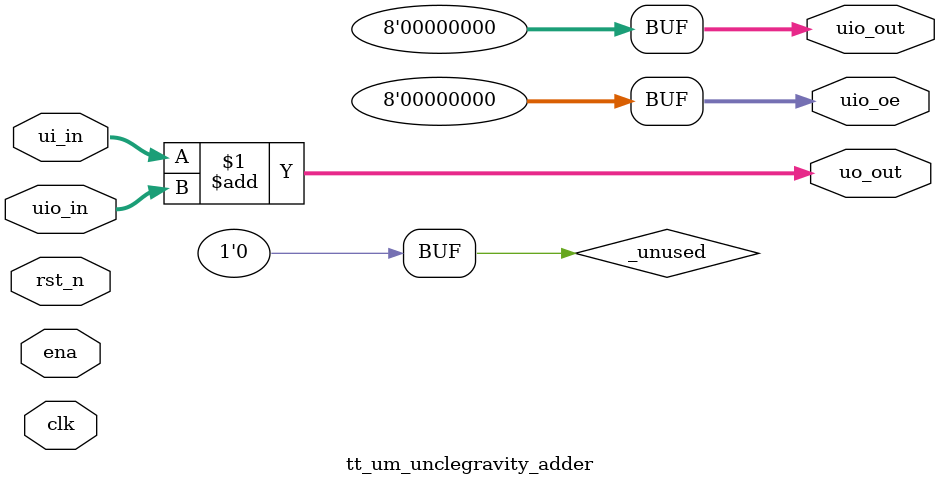
<source format=v>
/*
 * Copyright (c) 2024 Your Name
 * SPDX-License-Identifier: Apache-2.0
 */

`default_nettype none

module tt_um_unclegravity_adder (
    input  wire [7:0] ui_in,    // Dedicated inputs
    output wire [7:0] uo_out,   // Dedicated outputs
    input  wire [7:0] uio_in,   // IOs: Input path
    output wire [7:0] uio_out,  // IOs: Output path
    output wire [7:0] uio_oe,   // IOs: Enable path (active high: 0=input, 1=output)
    input  wire       ena,      // always 1 when the design is powered, so you can ignore it
    input  wire       clk,      // clock
    input  wire       rst_n     // reset_n - low to reset
);

  // All output pins must be assigned. If not used, assign to 0.
  assign uo_out  = ui_in + uio_in;  // Example: ou_out is the sum of ui_in and uio_in
  assign uio_out = 0;
  assign uio_oe  = 0;

  // List all unused inputs to prevent warnings
  wire _unused = &{ena, clk, rst_n, 1'b0};

endmodule

</source>
